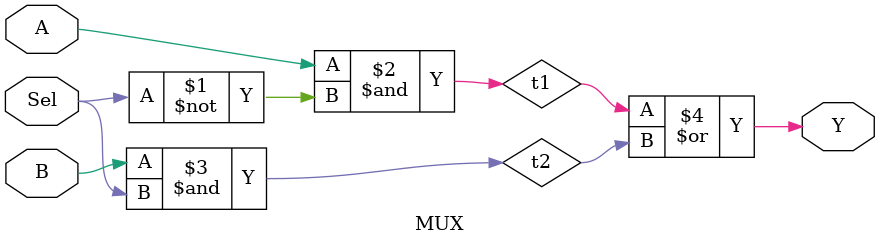
<source format=v>
module MUX(Y, A, B, Sel);
	input A, B, Sel;
	output Y;
	wire t1, t2;
	
	and(t1, A, ~Sel),
		(t2, B, Sel);
	or(Y, t1,t2);
endmodule
	
	

</source>
